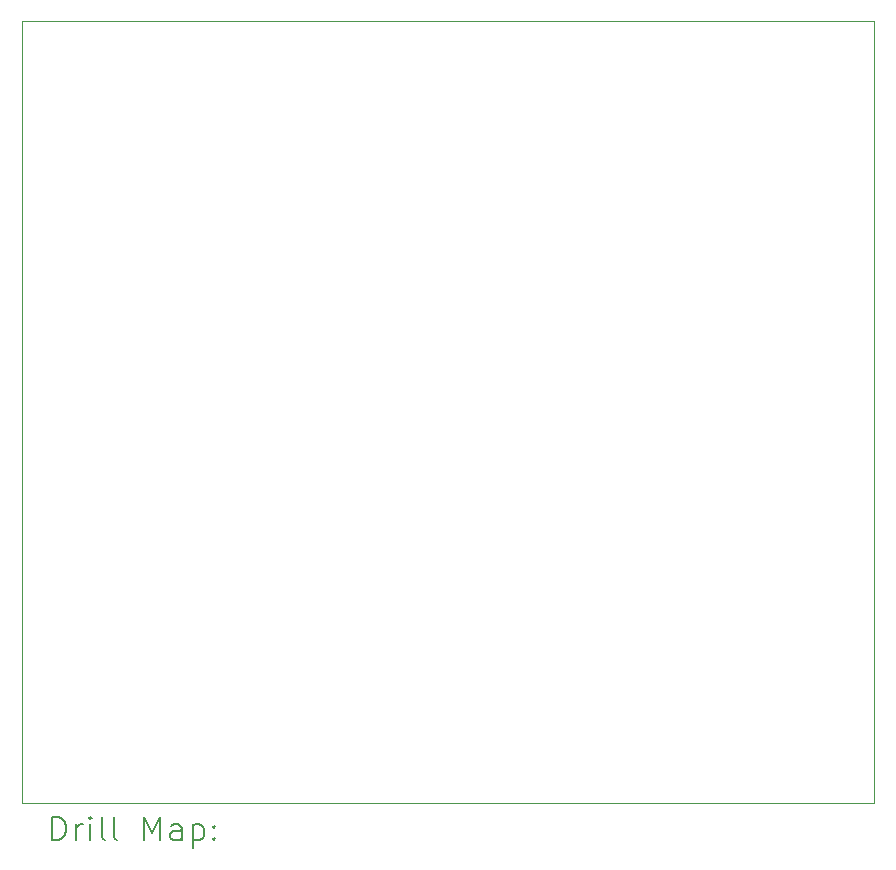
<source format=gbr>
%TF.GenerationSoftware,KiCad,Pcbnew,8.0.6*%
%TF.CreationDate,2025-05-23T10:29:25+02:00*%
%TF.ProjectId,AmplifOptoacopladorEnclosure,416d706c-6966-44f7-9074-6f61636f706c,rev?*%
%TF.SameCoordinates,Original*%
%TF.FileFunction,Drillmap*%
%TF.FilePolarity,Positive*%
%FSLAX45Y45*%
G04 Gerber Fmt 4.5, Leading zero omitted, Abs format (unit mm)*
G04 Created by KiCad (PCBNEW 8.0.6) date 2025-05-23 10:29:25*
%MOMM*%
%LPD*%
G01*
G04 APERTURE LIST*
%ADD10C,0.050000*%
%ADD11C,0.200000*%
G04 APERTURE END LIST*
D10*
X15650000Y-4230000D02*
X22870000Y-4230000D01*
X22870000Y-10850000D01*
X15650000Y-10850000D01*
X15650000Y-4230000D01*
D11*
X15908277Y-11163984D02*
X15908277Y-10963984D01*
X15908277Y-10963984D02*
X15955896Y-10963984D01*
X15955896Y-10963984D02*
X15984467Y-10973508D01*
X15984467Y-10973508D02*
X16003515Y-10992555D01*
X16003515Y-10992555D02*
X16013039Y-11011603D01*
X16013039Y-11011603D02*
X16022562Y-11049698D01*
X16022562Y-11049698D02*
X16022562Y-11078270D01*
X16022562Y-11078270D02*
X16013039Y-11116365D01*
X16013039Y-11116365D02*
X16003515Y-11135412D01*
X16003515Y-11135412D02*
X15984467Y-11154460D01*
X15984467Y-11154460D02*
X15955896Y-11163984D01*
X15955896Y-11163984D02*
X15908277Y-11163984D01*
X16108277Y-11163984D02*
X16108277Y-11030650D01*
X16108277Y-11068746D02*
X16117801Y-11049698D01*
X16117801Y-11049698D02*
X16127324Y-11040174D01*
X16127324Y-11040174D02*
X16146372Y-11030650D01*
X16146372Y-11030650D02*
X16165420Y-11030650D01*
X16232086Y-11163984D02*
X16232086Y-11030650D01*
X16232086Y-10963984D02*
X16222562Y-10973508D01*
X16222562Y-10973508D02*
X16232086Y-10983031D01*
X16232086Y-10983031D02*
X16241610Y-10973508D01*
X16241610Y-10973508D02*
X16232086Y-10963984D01*
X16232086Y-10963984D02*
X16232086Y-10983031D01*
X16355896Y-11163984D02*
X16336848Y-11154460D01*
X16336848Y-11154460D02*
X16327324Y-11135412D01*
X16327324Y-11135412D02*
X16327324Y-10963984D01*
X16460658Y-11163984D02*
X16441610Y-11154460D01*
X16441610Y-11154460D02*
X16432086Y-11135412D01*
X16432086Y-11135412D02*
X16432086Y-10963984D01*
X16689229Y-11163984D02*
X16689229Y-10963984D01*
X16689229Y-10963984D02*
X16755896Y-11106841D01*
X16755896Y-11106841D02*
X16822563Y-10963984D01*
X16822563Y-10963984D02*
X16822563Y-11163984D01*
X17003515Y-11163984D02*
X17003515Y-11059222D01*
X17003515Y-11059222D02*
X16993991Y-11040174D01*
X16993991Y-11040174D02*
X16974944Y-11030650D01*
X16974944Y-11030650D02*
X16936848Y-11030650D01*
X16936848Y-11030650D02*
X16917801Y-11040174D01*
X17003515Y-11154460D02*
X16984467Y-11163984D01*
X16984467Y-11163984D02*
X16936848Y-11163984D01*
X16936848Y-11163984D02*
X16917801Y-11154460D01*
X16917801Y-11154460D02*
X16908277Y-11135412D01*
X16908277Y-11135412D02*
X16908277Y-11116365D01*
X16908277Y-11116365D02*
X16917801Y-11097317D01*
X16917801Y-11097317D02*
X16936848Y-11087793D01*
X16936848Y-11087793D02*
X16984467Y-11087793D01*
X16984467Y-11087793D02*
X17003515Y-11078270D01*
X17098753Y-11030650D02*
X17098753Y-11230650D01*
X17098753Y-11040174D02*
X17117801Y-11030650D01*
X17117801Y-11030650D02*
X17155896Y-11030650D01*
X17155896Y-11030650D02*
X17174944Y-11040174D01*
X17174944Y-11040174D02*
X17184467Y-11049698D01*
X17184467Y-11049698D02*
X17193991Y-11068746D01*
X17193991Y-11068746D02*
X17193991Y-11125889D01*
X17193991Y-11125889D02*
X17184467Y-11144936D01*
X17184467Y-11144936D02*
X17174944Y-11154460D01*
X17174944Y-11154460D02*
X17155896Y-11163984D01*
X17155896Y-11163984D02*
X17117801Y-11163984D01*
X17117801Y-11163984D02*
X17098753Y-11154460D01*
X17279705Y-11144936D02*
X17289229Y-11154460D01*
X17289229Y-11154460D02*
X17279705Y-11163984D01*
X17279705Y-11163984D02*
X17270182Y-11154460D01*
X17270182Y-11154460D02*
X17279705Y-11144936D01*
X17279705Y-11144936D02*
X17279705Y-11163984D01*
X17279705Y-11040174D02*
X17289229Y-11049698D01*
X17289229Y-11049698D02*
X17279705Y-11059222D01*
X17279705Y-11059222D02*
X17270182Y-11049698D01*
X17270182Y-11049698D02*
X17279705Y-11040174D01*
X17279705Y-11040174D02*
X17279705Y-11059222D01*
M02*

</source>
